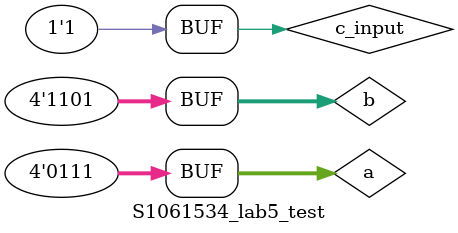
<source format=v>
module S1061534_lab5_test;
reg [3:0]a,b;
reg c_input;
wire [3:0]s;
wire c_output;
S1061534_lab5 DUT(
	.a(a),
	.b(b),
	.c_input(c_input),
	.s(s),
	.c_output(c_output)
);

initial begin
	a=4'b0000;b=4'b0000;c_input=0;
	#10000 a=4'b1011;b=4'b0100;
	#10000 a=4'b0111;b=4'b1101;c_input=1;
	#10000 ;
end
initial $monitor("a=%b,b=%b,s=%b,c_input=%b,c_output=%b",a,b,s,c_input,c_output);
endmodule 
</source>
